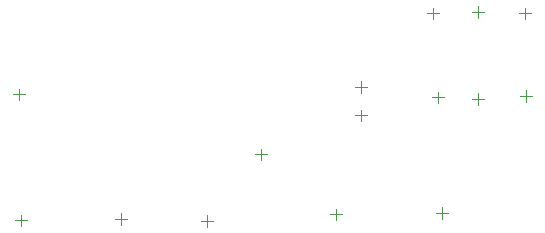
<source format=gbr>
G04*
G04 #@! TF.GenerationSoftware,Altium Limited,Altium Designer,23.3.1 (30)*
G04*
G04 Layer_Color=0*
%FSLAX44Y44*%
%MOMM*%
G71*
G04*
G04 #@! TF.SameCoordinates,C21C2CC1-9CAE-44D3-A5A2-357AACA34620*
G04*
G04*
G04 #@! TF.FilePolarity,Positive*
G04*
G01*
G75*
%ADD43C,0.1000*%
%ADD44C,0.0500*%
D43*
X1275080Y654130D02*
Y664130D01*
X1270080Y659130D02*
X1280080D01*
X1184910Y652860D02*
Y662860D01*
X1179910Y657860D02*
X1189910D01*
X1003300Y649050D02*
Y659050D01*
X998300Y654050D02*
X1008300D01*
X1075690Y647366D02*
Y657366D01*
X1070690Y652366D02*
X1080690D01*
X1121704Y703660D02*
Y713660D01*
X1116704Y708660D02*
X1126704D01*
X1206500Y736680D02*
Y746680D01*
X1201500Y741680D02*
X1211500D01*
X1206500Y760810D02*
Y770810D01*
X1201500Y765810D02*
X1211500D01*
X1305560Y824310D02*
Y834310D01*
X1300560Y829310D02*
X1310560D01*
X1267460Y823040D02*
Y833040D01*
X1262460Y828040D02*
X1272460D01*
X1305560Y750650D02*
Y760650D01*
X1300560Y755650D02*
X1310560D01*
X1271270Y751920D02*
Y761920D01*
X1266270Y756920D02*
X1276270D01*
D44*
X918210Y647780D02*
Y657780D01*
X913210Y652780D02*
X923210D01*
X1344930Y823040D02*
Y833040D01*
X1339930Y828040D02*
X1349930D01*
X911940Y759460D02*
X921940D01*
X916940Y754460D02*
Y764460D01*
X1346200Y753190D02*
Y763190D01*
X1341200Y758190D02*
X1351200D01*
M02*

</source>
